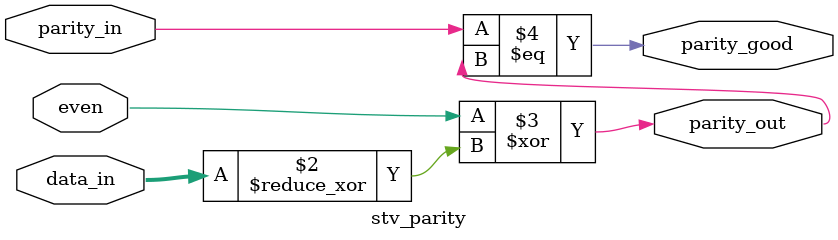
<source format=sv>

module stv_parity #(
  // input data width
  parameter int WIDTH = 8
) (
  // if 1, generate even parity, otherwise generate odd parity
  input  logic             even,
  // input data
  input  logic [WIDTH-1:0] data_in,
  // input parity to check
  input  logic             parity_in,
  // output calculated parity
  output logic             parity_out,
  // output parity good signal, high if parity check passes, otherwise low
  output logic             parity_good
);

  always_comb begin
    parity_out = even ^ (^data_in);
    parity_good = parity_in == parity_out;
  end

endmodule : stv_parity

</source>
